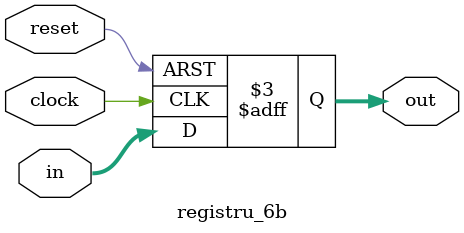
<source format=sv>
`timescale 1ns / 1ps


module registru_6b
	(
		input logic clock,
		input logic reset,
		input logic [5:0] in,
		output logic [5:0] out
    );
    
always_ff @(posedge clock or posedge reset)
begin
	if(reset == 1)
		begin
		  out <=0;
		end
	else
		begin
			out <= in;
		end
end    

endmodule

</source>
